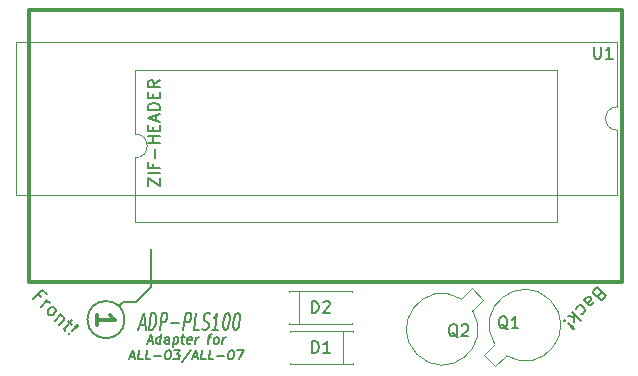
<source format=gbr>
G04 #@! TF.GenerationSoftware,KiCad,Pcbnew,5.1.10-88a1d61d58~88~ubuntu18.04.1*
G04 #@! TF.CreationDate,2021-09-30T23:52:24+02:00*
G04 #@! TF.ProjectId,adapt_prog_eprom-fat,61646170-745f-4707-926f-675f6570726f,rev?*
G04 #@! TF.SameCoordinates,Original*
G04 #@! TF.FileFunction,Legend,Top*
G04 #@! TF.FilePolarity,Positive*
%FSLAX46Y46*%
G04 Gerber Fmt 4.6, Leading zero omitted, Abs format (unit mm)*
G04 Created by KiCad (PCBNEW 5.1.10-88a1d61d58~88~ubuntu18.04.1) date 2021-09-30 23:52:24*
%MOMM*%
%LPD*%
G01*
G04 APERTURE LIST*
%ADD10C,0.150000*%
%ADD11C,0.200000*%
%ADD12C,0.300000*%
%ADD13C,0.180000*%
%ADD14C,0.120000*%
G04 APERTURE END LIST*
D10*
X106980000Y-37110000D02*
X106660000Y-37430000D01*
X108080000Y-37110000D02*
X106980000Y-37110000D01*
X109370000Y-35820000D02*
X108080000Y-37110000D01*
X109370000Y-32620000D02*
X109370000Y-35820000D01*
D11*
X107140032Y-38560000D02*
G75*
G03*
X107140032Y-38560000I-1570032J0D01*
G01*
D12*
X104831428Y-38988571D02*
X104831428Y-38131428D01*
X104831428Y-38560000D02*
X106331428Y-38560000D01*
X106117142Y-38417142D01*
X105974285Y-38274285D01*
X105902857Y-38131428D01*
D10*
X147305245Y-36455871D02*
X147157089Y-36529948D01*
X147083012Y-36529948D01*
X146971895Y-36492910D01*
X146860778Y-36381793D01*
X146823739Y-36270676D01*
X146823739Y-36196598D01*
X146860778Y-36085481D01*
X147157089Y-35789170D01*
X147934907Y-36566987D01*
X147675634Y-36826260D01*
X147564518Y-36863299D01*
X147490440Y-36863299D01*
X147379323Y-36826260D01*
X147305245Y-36752182D01*
X147268206Y-36641065D01*
X147268206Y-36566987D01*
X147305245Y-36455871D01*
X147564518Y-36196598D01*
X146045922Y-36900338D02*
X146453350Y-37307766D01*
X146564467Y-37344805D01*
X146675583Y-37307766D01*
X146823739Y-37159610D01*
X146860778Y-37048493D01*
X146082961Y-36937377D02*
X146120000Y-36826260D01*
X146305194Y-36641065D01*
X146416311Y-36604026D01*
X146527428Y-36641065D01*
X146601506Y-36715143D01*
X146638544Y-36826260D01*
X146601506Y-36937377D01*
X146416311Y-37122571D01*
X146379272Y-37233688D01*
X145379221Y-37641116D02*
X145416260Y-37530000D01*
X145564416Y-37381844D01*
X145675532Y-37344805D01*
X145749610Y-37344805D01*
X145860727Y-37381844D01*
X146082961Y-37604077D01*
X146120000Y-37715194D01*
X146120000Y-37789272D01*
X146082961Y-37900389D01*
X145934805Y-38048544D01*
X145823688Y-38085583D01*
X145008832Y-37937428D02*
X145786649Y-38715245D01*
X145231065Y-38307817D02*
X144712520Y-38233739D01*
X145231065Y-38752284D02*
X145231065Y-38159661D01*
X144453248Y-38641167D02*
X144379170Y-38641167D01*
X144379170Y-38567089D01*
X144453248Y-38567089D01*
X144453248Y-38641167D01*
X144379170Y-38567089D01*
X144675481Y-38863401D02*
X145156987Y-39270829D01*
X145156987Y-39344907D01*
X145082910Y-39344907D01*
X144675481Y-38863401D01*
X145156987Y-39344907D01*
X100064754Y-36643637D02*
X99805481Y-36384365D01*
X99398053Y-36791793D02*
X100175871Y-36013975D01*
X100546260Y-36384365D01*
X100064754Y-37458493D02*
X100583299Y-36939948D01*
X100435143Y-37088104D02*
X100546260Y-37051065D01*
X100620338Y-37051065D01*
X100731455Y-37088104D01*
X100805532Y-37162182D01*
X100657377Y-38051116D02*
X100620338Y-37940000D01*
X100620338Y-37865922D01*
X100657377Y-37754805D01*
X100879610Y-37532571D01*
X100990727Y-37495532D01*
X101064805Y-37495532D01*
X101175922Y-37532571D01*
X101287038Y-37643688D01*
X101324077Y-37754805D01*
X101324077Y-37828883D01*
X101287038Y-37940000D01*
X101064805Y-38162233D01*
X100953688Y-38199272D01*
X100879610Y-38199272D01*
X100768493Y-38162233D01*
X100657377Y-38051116D01*
X101768544Y-38125194D02*
X101250000Y-38643739D01*
X101694467Y-38199272D02*
X101768544Y-38199272D01*
X101879661Y-38236311D01*
X101990778Y-38347428D01*
X102027817Y-38458544D01*
X101990778Y-38569661D01*
X101583350Y-38977089D01*
X102361167Y-38717817D02*
X102657479Y-39014128D01*
X102731557Y-38569661D02*
X102064856Y-39236362D01*
X102027817Y-39347479D01*
X102064856Y-39458595D01*
X102138934Y-39532673D01*
X102472284Y-39717868D02*
X102472284Y-39791946D01*
X102398206Y-39791946D01*
X102398206Y-39717868D01*
X102472284Y-39717868D01*
X102398206Y-39791946D01*
X102694518Y-39495634D02*
X103101946Y-39014128D01*
X103176024Y-39014128D01*
X103176024Y-39088206D01*
X102694518Y-39495634D01*
X103176024Y-39014128D01*
X109128050Y-40358333D02*
X109509002Y-40358333D01*
X109023288Y-40586904D02*
X109389955Y-39786904D01*
X109556622Y-40586904D01*
X110166145Y-40586904D02*
X110266145Y-39786904D01*
X110170907Y-40548809D02*
X110089955Y-40586904D01*
X109937574Y-40586904D01*
X109866145Y-40548809D01*
X109832812Y-40510714D01*
X109804241Y-40434523D01*
X109832812Y-40205952D01*
X109880431Y-40129761D01*
X109923288Y-40091666D01*
X110004241Y-40053571D01*
X110156622Y-40053571D01*
X110228050Y-40091666D01*
X110889955Y-40586904D02*
X110942336Y-40167857D01*
X110913764Y-40091666D01*
X110842336Y-40053571D01*
X110689955Y-40053571D01*
X110609002Y-40091666D01*
X110894717Y-40548809D02*
X110813764Y-40586904D01*
X110623288Y-40586904D01*
X110551860Y-40548809D01*
X110523288Y-40472619D01*
X110532812Y-40396428D01*
X110580431Y-40320238D01*
X110661383Y-40282142D01*
X110851860Y-40282142D01*
X110932812Y-40244047D01*
X111337574Y-40053571D02*
X111237574Y-40853571D01*
X111332812Y-40091666D02*
X111413764Y-40053571D01*
X111566145Y-40053571D01*
X111637574Y-40091666D01*
X111670907Y-40129761D01*
X111699479Y-40205952D01*
X111670907Y-40434523D01*
X111623288Y-40510714D01*
X111580431Y-40548809D01*
X111499479Y-40586904D01*
X111347098Y-40586904D01*
X111275669Y-40548809D01*
X111947098Y-40053571D02*
X112251860Y-40053571D01*
X112094717Y-39786904D02*
X112009002Y-40472619D01*
X112037574Y-40548809D01*
X112109002Y-40586904D01*
X112185193Y-40586904D01*
X112761383Y-40548809D02*
X112680431Y-40586904D01*
X112528050Y-40586904D01*
X112456622Y-40548809D01*
X112428050Y-40472619D01*
X112466145Y-40167857D01*
X112513764Y-40091666D01*
X112594717Y-40053571D01*
X112747098Y-40053571D01*
X112818526Y-40091666D01*
X112847098Y-40167857D01*
X112837574Y-40244047D01*
X112447098Y-40320238D01*
X113137574Y-40586904D02*
X113204241Y-40053571D01*
X113185193Y-40205952D02*
X113232812Y-40129761D01*
X113275669Y-40091666D01*
X113356622Y-40053571D01*
X113432812Y-40053571D01*
X114194717Y-40053571D02*
X114499479Y-40053571D01*
X114242336Y-40586904D02*
X114328050Y-39901190D01*
X114375669Y-39825000D01*
X114456622Y-39786904D01*
X114532812Y-39786904D01*
X114813764Y-40586904D02*
X114742336Y-40548809D01*
X114709002Y-40510714D01*
X114680431Y-40434523D01*
X114709002Y-40205952D01*
X114756622Y-40129761D01*
X114799479Y-40091666D01*
X114880431Y-40053571D01*
X114994717Y-40053571D01*
X115066145Y-40091666D01*
X115099479Y-40129761D01*
X115128050Y-40205952D01*
X115099479Y-40434523D01*
X115051860Y-40510714D01*
X115009002Y-40548809D01*
X114928050Y-40586904D01*
X114813764Y-40586904D01*
X115423288Y-40586904D02*
X115489955Y-40053571D01*
X115470907Y-40205952D02*
X115518526Y-40129761D01*
X115561383Y-40091666D01*
X115642336Y-40053571D01*
X115718526Y-40053571D01*
X107604241Y-41708333D02*
X107985193Y-41708333D01*
X107499479Y-41936904D02*
X107866145Y-41136904D01*
X108032812Y-41936904D01*
X108680431Y-41936904D02*
X108299479Y-41936904D01*
X108399479Y-41136904D01*
X109328050Y-41936904D02*
X108947098Y-41936904D01*
X109047098Y-41136904D01*
X109632812Y-41632142D02*
X110242336Y-41632142D01*
X110837574Y-41136904D02*
X110913764Y-41136904D01*
X110985193Y-41175000D01*
X111018526Y-41213095D01*
X111047098Y-41289285D01*
X111066145Y-41441666D01*
X111042336Y-41632142D01*
X110985193Y-41784523D01*
X110937574Y-41860714D01*
X110894717Y-41898809D01*
X110813764Y-41936904D01*
X110737574Y-41936904D01*
X110666145Y-41898809D01*
X110632812Y-41860714D01*
X110604241Y-41784523D01*
X110585193Y-41632142D01*
X110609002Y-41441666D01*
X110666145Y-41289285D01*
X110713764Y-41213095D01*
X110756622Y-41175000D01*
X110837574Y-41136904D01*
X111370907Y-41136904D02*
X111866145Y-41136904D01*
X111561383Y-41441666D01*
X111675669Y-41441666D01*
X111747098Y-41479761D01*
X111780431Y-41517857D01*
X111809002Y-41594047D01*
X111785193Y-41784523D01*
X111737574Y-41860714D01*
X111694717Y-41898809D01*
X111613764Y-41936904D01*
X111385193Y-41936904D01*
X111313764Y-41898809D01*
X111280431Y-41860714D01*
X112785193Y-41098809D02*
X111970907Y-42127380D01*
X112937574Y-41708333D02*
X113318526Y-41708333D01*
X112832812Y-41936904D02*
X113199479Y-41136904D01*
X113366145Y-41936904D01*
X114013764Y-41936904D02*
X113632812Y-41936904D01*
X113732812Y-41136904D01*
X114661383Y-41936904D02*
X114280431Y-41936904D01*
X114380431Y-41136904D01*
X114966145Y-41632142D02*
X115575669Y-41632142D01*
X116170907Y-41136904D02*
X116247098Y-41136904D01*
X116318526Y-41175000D01*
X116351860Y-41213095D01*
X116380431Y-41289285D01*
X116399479Y-41441666D01*
X116375669Y-41632142D01*
X116318526Y-41784523D01*
X116270907Y-41860714D01*
X116228050Y-41898809D01*
X116147098Y-41936904D01*
X116070907Y-41936904D01*
X115999479Y-41898809D01*
X115966145Y-41860714D01*
X115937574Y-41784523D01*
X115918526Y-41632142D01*
X115942336Y-41441666D01*
X115999479Y-41289285D01*
X116047098Y-41213095D01*
X116089955Y-41175000D01*
X116170907Y-41136904D01*
X116704241Y-41136904D02*
X117237574Y-41136904D01*
X116794717Y-41936904D01*
D13*
X108452458Y-39013333D02*
X108881029Y-39013333D01*
X108316744Y-39413333D02*
X108791744Y-38013333D01*
X108916744Y-39413333D01*
X109216744Y-39413333D02*
X109391744Y-38013333D01*
X109606029Y-38013333D01*
X109726267Y-38080000D01*
X109795315Y-38213333D01*
X109821505Y-38346666D01*
X109831029Y-38613333D01*
X109806029Y-38813333D01*
X109729839Y-39080000D01*
X109670315Y-39213333D01*
X109567934Y-39346666D01*
X109431029Y-39413333D01*
X109216744Y-39413333D01*
X110116744Y-39413333D02*
X110291744Y-38013333D01*
X110634601Y-38013333D01*
X110711982Y-38080000D01*
X110746505Y-38146666D01*
X110772696Y-38280000D01*
X110747696Y-38480000D01*
X110688172Y-38613333D01*
X110636982Y-38680000D01*
X110542934Y-38746666D01*
X110200077Y-38746666D01*
X111083410Y-38880000D02*
X111769125Y-38880000D01*
X112131029Y-39413333D02*
X112306029Y-38013333D01*
X112648886Y-38013333D01*
X112726267Y-38080000D01*
X112760791Y-38146666D01*
X112786982Y-38280000D01*
X112761982Y-38480000D01*
X112702458Y-38613333D01*
X112651267Y-38680000D01*
X112557220Y-38746666D01*
X112214363Y-38746666D01*
X113459601Y-39413333D02*
X113031029Y-39413333D01*
X113206029Y-38013333D01*
X113725077Y-39346666D02*
X113845315Y-39413333D01*
X114059601Y-39413333D01*
X114153648Y-39346666D01*
X114204839Y-39280000D01*
X114264363Y-39146666D01*
X114281029Y-39013333D01*
X114254839Y-38880000D01*
X114220315Y-38813333D01*
X114142934Y-38746666D01*
X113979839Y-38680000D01*
X113902458Y-38613333D01*
X113867934Y-38546666D01*
X113841744Y-38413333D01*
X113858410Y-38280000D01*
X113917934Y-38146666D01*
X113969125Y-38080000D01*
X114063172Y-38013333D01*
X114277458Y-38013333D01*
X114397696Y-38080000D01*
X115088172Y-39413333D02*
X114573886Y-39413333D01*
X114831029Y-39413333D02*
X115006029Y-38013333D01*
X114895315Y-38213333D01*
X114792934Y-38346666D01*
X114698886Y-38413333D01*
X115820315Y-38013333D02*
X115906029Y-38013333D01*
X115983410Y-38080000D01*
X116017934Y-38146666D01*
X116044125Y-38280000D01*
X116053648Y-38546666D01*
X116011982Y-38880000D01*
X115935791Y-39146666D01*
X115876267Y-39280000D01*
X115825077Y-39346666D01*
X115731029Y-39413333D01*
X115645315Y-39413333D01*
X115567934Y-39346666D01*
X115533410Y-39280000D01*
X115507220Y-39146666D01*
X115497696Y-38880000D01*
X115539363Y-38546666D01*
X115615553Y-38280000D01*
X115675077Y-38146666D01*
X115726267Y-38080000D01*
X115820315Y-38013333D01*
X116677458Y-38013333D02*
X116763172Y-38013333D01*
X116840553Y-38080000D01*
X116875077Y-38146666D01*
X116901267Y-38280000D01*
X116910791Y-38546666D01*
X116869125Y-38880000D01*
X116792934Y-39146666D01*
X116733410Y-39280000D01*
X116682220Y-39346666D01*
X116588172Y-39413333D01*
X116502458Y-39413333D01*
X116425077Y-39346666D01*
X116390553Y-39280000D01*
X116364363Y-39146666D01*
X116354839Y-38880000D01*
X116396505Y-38546666D01*
X116472696Y-38280000D01*
X116532220Y-38146666D01*
X116583410Y-38080000D01*
X116677458Y-38013333D01*
D12*
X149230000Y-35400000D02*
X99080000Y-35400000D01*
X149230000Y-12370000D02*
X149230000Y-35400000D01*
X99080000Y-12370000D02*
X149230000Y-12370000D01*
X99080000Y-35390000D02*
X99080000Y-12370000D01*
D14*
X126450000Y-42210000D02*
X126450000Y-42340000D01*
X126450000Y-42340000D02*
X121130000Y-42340000D01*
X121130000Y-42340000D02*
X121130000Y-42210000D01*
X126450000Y-39650000D02*
X126450000Y-39520000D01*
X126450000Y-39520000D02*
X121130000Y-39520000D01*
X121130000Y-39520000D02*
X121130000Y-39650000D01*
X125610000Y-42340000D02*
X125610000Y-39520000D01*
X121940000Y-36130000D02*
X121940000Y-38950000D01*
X126420000Y-38950000D02*
X126420000Y-38820000D01*
X121100000Y-38950000D02*
X126420000Y-38950000D01*
X121100000Y-38820000D02*
X121100000Y-38950000D01*
X126420000Y-36130000D02*
X126420000Y-36260000D01*
X121100000Y-36130000D02*
X126420000Y-36130000D01*
X121100000Y-36260000D02*
X121100000Y-36130000D01*
X138545501Y-42514448D02*
X139457669Y-41602281D01*
X137555552Y-41524499D02*
X138545501Y-42514448D01*
X138467719Y-40612331D02*
X137555552Y-41524499D01*
X139457456Y-41602150D02*
G75*
G03*
X138467719Y-40612331I1582544J2572150D01*
G01*
X136612281Y-37787669D02*
X137524448Y-36875501D01*
X137524448Y-36875501D02*
X136534499Y-35885552D01*
X136534499Y-35885552D02*
X135622331Y-36797719D01*
X135622544Y-36797850D02*
G75*
G03*
X136612281Y-37787669I-1582544J-2572150D01*
G01*
X148865000Y-27991000D02*
X148865000Y-22531000D01*
X97945000Y-27991000D02*
X148865000Y-27991000D01*
X97945000Y-15071000D02*
X97945000Y-27991000D01*
X148865000Y-15071000D02*
X97945000Y-15071000D01*
X148865000Y-20531000D02*
X148865000Y-15071000D01*
X148865000Y-22531000D02*
G75*
G02*
X148865000Y-20531000I0J1000000D01*
G01*
X108060000Y-17400000D02*
X108060000Y-22860000D01*
X143740000Y-17400000D02*
X108060000Y-17400000D01*
X143740000Y-30320000D02*
X143740000Y-17400000D01*
X108060000Y-30320000D02*
X143740000Y-30320000D01*
X108060000Y-24860000D02*
X108060000Y-30320000D01*
X108060000Y-22860000D02*
G75*
G02*
X108060000Y-24860000I0J-1000000D01*
G01*
D10*
X123031904Y-41372380D02*
X123031904Y-40372380D01*
X123270000Y-40372380D01*
X123412857Y-40420000D01*
X123508095Y-40515238D01*
X123555714Y-40610476D01*
X123603333Y-40800952D01*
X123603333Y-40943809D01*
X123555714Y-41134285D01*
X123508095Y-41229523D01*
X123412857Y-41324761D01*
X123270000Y-41372380D01*
X123031904Y-41372380D01*
X124555714Y-41372380D02*
X123984285Y-41372380D01*
X124270000Y-41372380D02*
X124270000Y-40372380D01*
X124174761Y-40515238D01*
X124079523Y-40610476D01*
X123984285Y-40658095D01*
X123001904Y-37992380D02*
X123001904Y-36992380D01*
X123240000Y-36992380D01*
X123382857Y-37040000D01*
X123478095Y-37135238D01*
X123525714Y-37230476D01*
X123573333Y-37420952D01*
X123573333Y-37563809D01*
X123525714Y-37754285D01*
X123478095Y-37849523D01*
X123382857Y-37944761D01*
X123240000Y-37992380D01*
X123001904Y-37992380D01*
X123954285Y-37087619D02*
X124001904Y-37040000D01*
X124097142Y-36992380D01*
X124335238Y-36992380D01*
X124430476Y-37040000D01*
X124478095Y-37087619D01*
X124525714Y-37182857D01*
X124525714Y-37278095D01*
X124478095Y-37420952D01*
X123906666Y-37992380D01*
X124525714Y-37992380D01*
X139574761Y-39387619D02*
X139479523Y-39340000D01*
X139384285Y-39244761D01*
X139241428Y-39101904D01*
X139146190Y-39054285D01*
X139050952Y-39054285D01*
X139098571Y-39292380D02*
X139003333Y-39244761D01*
X138908095Y-39149523D01*
X138860476Y-38959047D01*
X138860476Y-38625714D01*
X138908095Y-38435238D01*
X139003333Y-38340000D01*
X139098571Y-38292380D01*
X139289047Y-38292380D01*
X139384285Y-38340000D01*
X139479523Y-38435238D01*
X139527142Y-38625714D01*
X139527142Y-38959047D01*
X139479523Y-39149523D01*
X139384285Y-39244761D01*
X139289047Y-39292380D01*
X139098571Y-39292380D01*
X140479523Y-39292380D02*
X139908095Y-39292380D01*
X140193809Y-39292380D02*
X140193809Y-38292380D01*
X140098571Y-38435238D01*
X140003333Y-38530476D01*
X139908095Y-38578095D01*
X135354761Y-40067619D02*
X135259523Y-40020000D01*
X135164285Y-39924761D01*
X135021428Y-39781904D01*
X134926190Y-39734285D01*
X134830952Y-39734285D01*
X134878571Y-39972380D02*
X134783333Y-39924761D01*
X134688095Y-39829523D01*
X134640476Y-39639047D01*
X134640476Y-39305714D01*
X134688095Y-39115238D01*
X134783333Y-39020000D01*
X134878571Y-38972380D01*
X135069047Y-38972380D01*
X135164285Y-39020000D01*
X135259523Y-39115238D01*
X135307142Y-39305714D01*
X135307142Y-39639047D01*
X135259523Y-39829523D01*
X135164285Y-39924761D01*
X135069047Y-39972380D01*
X134878571Y-39972380D01*
X135688095Y-39067619D02*
X135735714Y-39020000D01*
X135830952Y-38972380D01*
X136069047Y-38972380D01*
X136164285Y-39020000D01*
X136211904Y-39067619D01*
X136259523Y-39162857D01*
X136259523Y-39258095D01*
X136211904Y-39400952D01*
X135640476Y-39972380D01*
X136259523Y-39972380D01*
X146898095Y-15452380D02*
X146898095Y-16261904D01*
X146945714Y-16357142D01*
X146993333Y-16404761D01*
X147088571Y-16452380D01*
X147279047Y-16452380D01*
X147374285Y-16404761D01*
X147421904Y-16357142D01*
X147469523Y-16261904D01*
X147469523Y-15452380D01*
X148469523Y-16452380D02*
X147898095Y-16452380D01*
X148183809Y-16452380D02*
X148183809Y-15452380D01*
X148088571Y-15595238D01*
X147993333Y-15690476D01*
X147898095Y-15738095D01*
X109112380Y-27216190D02*
X109112380Y-26549523D01*
X110112380Y-27216190D01*
X110112380Y-26549523D01*
X110112380Y-26168571D02*
X109112380Y-26168571D01*
X109588571Y-25359047D02*
X109588571Y-25692380D01*
X110112380Y-25692380D02*
X109112380Y-25692380D01*
X109112380Y-25216190D01*
X109731428Y-24835238D02*
X109731428Y-24073333D01*
X110112380Y-23597142D02*
X109112380Y-23597142D01*
X109588571Y-23597142D02*
X109588571Y-23025714D01*
X110112380Y-23025714D02*
X109112380Y-23025714D01*
X109588571Y-22549523D02*
X109588571Y-22216190D01*
X110112380Y-22073333D02*
X110112380Y-22549523D01*
X109112380Y-22549523D01*
X109112380Y-22073333D01*
X109826666Y-21692380D02*
X109826666Y-21216190D01*
X110112380Y-21787619D02*
X109112380Y-21454285D01*
X110112380Y-21120952D01*
X110112380Y-20787619D02*
X109112380Y-20787619D01*
X109112380Y-20549523D01*
X109160000Y-20406666D01*
X109255238Y-20311428D01*
X109350476Y-20263809D01*
X109540952Y-20216190D01*
X109683809Y-20216190D01*
X109874285Y-20263809D01*
X109969523Y-20311428D01*
X110064761Y-20406666D01*
X110112380Y-20549523D01*
X110112380Y-20787619D01*
X109588571Y-19787619D02*
X109588571Y-19454285D01*
X110112380Y-19311428D02*
X110112380Y-19787619D01*
X109112380Y-19787619D01*
X109112380Y-19311428D01*
X110112380Y-18311428D02*
X109636190Y-18644761D01*
X110112380Y-18882857D02*
X109112380Y-18882857D01*
X109112380Y-18501904D01*
X109160000Y-18406666D01*
X109207619Y-18359047D01*
X109302857Y-18311428D01*
X109445714Y-18311428D01*
X109540952Y-18359047D01*
X109588571Y-18406666D01*
X109636190Y-18501904D01*
X109636190Y-18882857D01*
M02*

</source>
